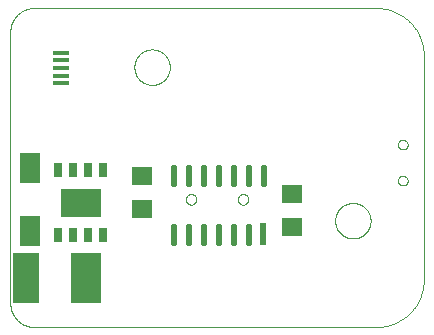
<source format=gbp>
G75*
%MOIN*%
%OFA0B0*%
%FSLAX25Y25*%
%IPPOS*%
%LPD*%
%AMOC8*
5,1,8,0,0,1.08239X$1,22.5*
%
%ADD10C,0.00000*%
%ADD11R,0.07087X0.06299*%
%ADD12R,0.06969X0.09843*%
%ADD13R,0.08661X0.16535*%
%ADD14R,0.09843X0.16535*%
%ADD15R,0.02756X0.05118*%
%ADD16R,0.13386X0.09449*%
%ADD17R,0.02323X0.07677*%
%ADD18C,0.01161*%
%ADD19R,0.05512X0.01575*%
D10*
X0025122Y0017048D02*
X0139295Y0017048D01*
X0139676Y0017053D01*
X0140056Y0017066D01*
X0140436Y0017089D01*
X0140815Y0017122D01*
X0141193Y0017163D01*
X0141570Y0017213D01*
X0141946Y0017273D01*
X0142321Y0017341D01*
X0142693Y0017419D01*
X0143064Y0017506D01*
X0143432Y0017601D01*
X0143798Y0017706D01*
X0144161Y0017819D01*
X0144522Y0017941D01*
X0144879Y0018071D01*
X0145233Y0018211D01*
X0145584Y0018358D01*
X0145931Y0018515D01*
X0146274Y0018679D01*
X0146613Y0018852D01*
X0146948Y0019033D01*
X0147279Y0019222D01*
X0147604Y0019419D01*
X0147925Y0019623D01*
X0148241Y0019836D01*
X0148551Y0020056D01*
X0148857Y0020283D01*
X0149156Y0020518D01*
X0149450Y0020760D01*
X0149738Y0021008D01*
X0150020Y0021264D01*
X0150295Y0021527D01*
X0150564Y0021796D01*
X0150827Y0022071D01*
X0151083Y0022353D01*
X0151331Y0022641D01*
X0151573Y0022935D01*
X0151808Y0023234D01*
X0152035Y0023540D01*
X0152255Y0023850D01*
X0152468Y0024166D01*
X0152672Y0024487D01*
X0152869Y0024812D01*
X0153058Y0025143D01*
X0153239Y0025478D01*
X0153412Y0025817D01*
X0153576Y0026160D01*
X0153733Y0026507D01*
X0153880Y0026858D01*
X0154020Y0027212D01*
X0154150Y0027569D01*
X0154272Y0027930D01*
X0154385Y0028293D01*
X0154490Y0028659D01*
X0154585Y0029027D01*
X0154672Y0029398D01*
X0154750Y0029770D01*
X0154818Y0030145D01*
X0154878Y0030521D01*
X0154928Y0030898D01*
X0154969Y0031276D01*
X0155002Y0031655D01*
X0155025Y0032035D01*
X0155038Y0032415D01*
X0155043Y0032796D01*
X0155043Y0107599D01*
X0155038Y0107980D01*
X0155025Y0108360D01*
X0155002Y0108740D01*
X0154969Y0109119D01*
X0154928Y0109497D01*
X0154878Y0109874D01*
X0154818Y0110250D01*
X0154750Y0110625D01*
X0154672Y0110997D01*
X0154585Y0111368D01*
X0154490Y0111736D01*
X0154385Y0112102D01*
X0154272Y0112465D01*
X0154150Y0112826D01*
X0154020Y0113183D01*
X0153880Y0113537D01*
X0153733Y0113888D01*
X0153576Y0114235D01*
X0153412Y0114578D01*
X0153239Y0114917D01*
X0153058Y0115252D01*
X0152869Y0115583D01*
X0152672Y0115908D01*
X0152468Y0116229D01*
X0152255Y0116545D01*
X0152035Y0116855D01*
X0151808Y0117161D01*
X0151573Y0117460D01*
X0151331Y0117754D01*
X0151083Y0118042D01*
X0150827Y0118324D01*
X0150564Y0118599D01*
X0150295Y0118868D01*
X0150020Y0119131D01*
X0149738Y0119387D01*
X0149450Y0119635D01*
X0149156Y0119877D01*
X0148857Y0120112D01*
X0148551Y0120339D01*
X0148241Y0120559D01*
X0147925Y0120772D01*
X0147604Y0120976D01*
X0147279Y0121173D01*
X0146948Y0121362D01*
X0146613Y0121543D01*
X0146274Y0121716D01*
X0145931Y0121880D01*
X0145584Y0122037D01*
X0145233Y0122184D01*
X0144879Y0122324D01*
X0144522Y0122454D01*
X0144161Y0122576D01*
X0143798Y0122689D01*
X0143432Y0122794D01*
X0143064Y0122889D01*
X0142693Y0122976D01*
X0142321Y0123054D01*
X0141946Y0123122D01*
X0141570Y0123182D01*
X0141193Y0123232D01*
X0140815Y0123273D01*
X0140436Y0123306D01*
X0140056Y0123329D01*
X0139676Y0123342D01*
X0139295Y0123347D01*
X0025122Y0123347D01*
X0024932Y0123345D01*
X0024742Y0123338D01*
X0024552Y0123326D01*
X0024362Y0123310D01*
X0024173Y0123290D01*
X0023984Y0123264D01*
X0023796Y0123235D01*
X0023609Y0123200D01*
X0023423Y0123161D01*
X0023238Y0123118D01*
X0023053Y0123070D01*
X0022870Y0123018D01*
X0022689Y0122962D01*
X0022509Y0122901D01*
X0022330Y0122835D01*
X0022153Y0122766D01*
X0021977Y0122692D01*
X0021804Y0122614D01*
X0021632Y0122531D01*
X0021463Y0122445D01*
X0021295Y0122355D01*
X0021130Y0122260D01*
X0020967Y0122162D01*
X0020807Y0122059D01*
X0020649Y0121953D01*
X0020494Y0121843D01*
X0020341Y0121730D01*
X0020191Y0121612D01*
X0020045Y0121491D01*
X0019901Y0121367D01*
X0019760Y0121239D01*
X0019622Y0121108D01*
X0019487Y0120973D01*
X0019356Y0120835D01*
X0019228Y0120694D01*
X0019104Y0120550D01*
X0018983Y0120404D01*
X0018865Y0120254D01*
X0018752Y0120101D01*
X0018642Y0119946D01*
X0018536Y0119788D01*
X0018433Y0119628D01*
X0018335Y0119465D01*
X0018240Y0119300D01*
X0018150Y0119132D01*
X0018064Y0118963D01*
X0017981Y0118791D01*
X0017903Y0118618D01*
X0017829Y0118442D01*
X0017760Y0118265D01*
X0017694Y0118086D01*
X0017633Y0117906D01*
X0017577Y0117725D01*
X0017525Y0117542D01*
X0017477Y0117357D01*
X0017434Y0117172D01*
X0017395Y0116986D01*
X0017360Y0116799D01*
X0017331Y0116611D01*
X0017305Y0116422D01*
X0017285Y0116233D01*
X0017269Y0116043D01*
X0017257Y0115853D01*
X0017250Y0115663D01*
X0017248Y0115473D01*
X0017248Y0024922D01*
X0017250Y0024732D01*
X0017257Y0024542D01*
X0017269Y0024352D01*
X0017285Y0024162D01*
X0017305Y0023973D01*
X0017331Y0023784D01*
X0017360Y0023596D01*
X0017395Y0023409D01*
X0017434Y0023223D01*
X0017477Y0023038D01*
X0017525Y0022853D01*
X0017577Y0022670D01*
X0017633Y0022489D01*
X0017694Y0022309D01*
X0017760Y0022130D01*
X0017829Y0021953D01*
X0017903Y0021777D01*
X0017981Y0021604D01*
X0018064Y0021432D01*
X0018150Y0021263D01*
X0018240Y0021095D01*
X0018335Y0020930D01*
X0018433Y0020767D01*
X0018536Y0020607D01*
X0018642Y0020449D01*
X0018752Y0020294D01*
X0018865Y0020141D01*
X0018983Y0019991D01*
X0019104Y0019845D01*
X0019228Y0019701D01*
X0019356Y0019560D01*
X0019487Y0019422D01*
X0019622Y0019287D01*
X0019760Y0019156D01*
X0019901Y0019028D01*
X0020045Y0018904D01*
X0020191Y0018783D01*
X0020341Y0018665D01*
X0020494Y0018552D01*
X0020649Y0018442D01*
X0020807Y0018336D01*
X0020967Y0018233D01*
X0021130Y0018135D01*
X0021295Y0018040D01*
X0021463Y0017950D01*
X0021632Y0017864D01*
X0021804Y0017781D01*
X0021977Y0017703D01*
X0022153Y0017629D01*
X0022330Y0017560D01*
X0022509Y0017494D01*
X0022689Y0017433D01*
X0022870Y0017377D01*
X0023053Y0017325D01*
X0023238Y0017277D01*
X0023423Y0017234D01*
X0023609Y0017195D01*
X0023796Y0017160D01*
X0023984Y0017131D01*
X0024173Y0017105D01*
X0024362Y0017085D01*
X0024552Y0017069D01*
X0024742Y0017057D01*
X0024932Y0017050D01*
X0025122Y0017048D01*
X0075712Y0059585D02*
X0075714Y0059669D01*
X0075720Y0059752D01*
X0075730Y0059835D01*
X0075744Y0059918D01*
X0075761Y0060000D01*
X0075783Y0060081D01*
X0075808Y0060160D01*
X0075837Y0060239D01*
X0075870Y0060316D01*
X0075906Y0060391D01*
X0075946Y0060465D01*
X0075989Y0060537D01*
X0076036Y0060606D01*
X0076086Y0060673D01*
X0076139Y0060738D01*
X0076195Y0060800D01*
X0076253Y0060860D01*
X0076315Y0060917D01*
X0076379Y0060970D01*
X0076446Y0061021D01*
X0076515Y0061068D01*
X0076586Y0061113D01*
X0076659Y0061153D01*
X0076734Y0061190D01*
X0076811Y0061224D01*
X0076889Y0061254D01*
X0076968Y0061280D01*
X0077049Y0061303D01*
X0077131Y0061321D01*
X0077213Y0061336D01*
X0077296Y0061347D01*
X0077379Y0061354D01*
X0077463Y0061357D01*
X0077547Y0061356D01*
X0077630Y0061351D01*
X0077714Y0061342D01*
X0077796Y0061329D01*
X0077878Y0061313D01*
X0077959Y0061292D01*
X0078040Y0061268D01*
X0078118Y0061240D01*
X0078196Y0061208D01*
X0078272Y0061172D01*
X0078346Y0061133D01*
X0078418Y0061091D01*
X0078488Y0061045D01*
X0078556Y0060996D01*
X0078621Y0060944D01*
X0078684Y0060889D01*
X0078744Y0060831D01*
X0078802Y0060770D01*
X0078856Y0060706D01*
X0078908Y0060640D01*
X0078956Y0060572D01*
X0079001Y0060501D01*
X0079042Y0060428D01*
X0079081Y0060354D01*
X0079115Y0060278D01*
X0079146Y0060200D01*
X0079173Y0060121D01*
X0079197Y0060040D01*
X0079216Y0059959D01*
X0079232Y0059877D01*
X0079244Y0059794D01*
X0079252Y0059710D01*
X0079256Y0059627D01*
X0079256Y0059543D01*
X0079252Y0059460D01*
X0079244Y0059376D01*
X0079232Y0059293D01*
X0079216Y0059211D01*
X0079197Y0059130D01*
X0079173Y0059049D01*
X0079146Y0058970D01*
X0079115Y0058892D01*
X0079081Y0058816D01*
X0079042Y0058742D01*
X0079001Y0058669D01*
X0078956Y0058598D01*
X0078908Y0058530D01*
X0078856Y0058464D01*
X0078802Y0058400D01*
X0078744Y0058339D01*
X0078684Y0058281D01*
X0078621Y0058226D01*
X0078556Y0058174D01*
X0078488Y0058125D01*
X0078418Y0058079D01*
X0078346Y0058037D01*
X0078272Y0057998D01*
X0078196Y0057962D01*
X0078118Y0057930D01*
X0078040Y0057902D01*
X0077959Y0057878D01*
X0077878Y0057857D01*
X0077796Y0057841D01*
X0077714Y0057828D01*
X0077630Y0057819D01*
X0077547Y0057814D01*
X0077463Y0057813D01*
X0077379Y0057816D01*
X0077296Y0057823D01*
X0077213Y0057834D01*
X0077131Y0057849D01*
X0077049Y0057867D01*
X0076968Y0057890D01*
X0076889Y0057916D01*
X0076811Y0057946D01*
X0076734Y0057980D01*
X0076659Y0058017D01*
X0076586Y0058057D01*
X0076515Y0058102D01*
X0076446Y0058149D01*
X0076379Y0058200D01*
X0076315Y0058253D01*
X0076253Y0058310D01*
X0076195Y0058370D01*
X0076139Y0058432D01*
X0076086Y0058497D01*
X0076036Y0058564D01*
X0075989Y0058633D01*
X0075946Y0058705D01*
X0075906Y0058779D01*
X0075870Y0058854D01*
X0075837Y0058931D01*
X0075808Y0059010D01*
X0075783Y0059089D01*
X0075761Y0059170D01*
X0075744Y0059252D01*
X0075730Y0059335D01*
X0075720Y0059418D01*
X0075714Y0059501D01*
X0075712Y0059585D01*
X0093035Y0059587D02*
X0093037Y0059671D01*
X0093043Y0059754D01*
X0093053Y0059837D01*
X0093067Y0059920D01*
X0093084Y0060002D01*
X0093106Y0060083D01*
X0093131Y0060162D01*
X0093160Y0060241D01*
X0093193Y0060318D01*
X0093229Y0060393D01*
X0093269Y0060467D01*
X0093312Y0060539D01*
X0093359Y0060608D01*
X0093409Y0060675D01*
X0093462Y0060740D01*
X0093518Y0060802D01*
X0093576Y0060862D01*
X0093638Y0060919D01*
X0093702Y0060972D01*
X0093769Y0061023D01*
X0093838Y0061070D01*
X0093909Y0061115D01*
X0093982Y0061155D01*
X0094057Y0061192D01*
X0094134Y0061226D01*
X0094212Y0061256D01*
X0094291Y0061282D01*
X0094372Y0061305D01*
X0094454Y0061323D01*
X0094536Y0061338D01*
X0094619Y0061349D01*
X0094702Y0061356D01*
X0094786Y0061359D01*
X0094870Y0061358D01*
X0094953Y0061353D01*
X0095037Y0061344D01*
X0095119Y0061331D01*
X0095201Y0061315D01*
X0095282Y0061294D01*
X0095363Y0061270D01*
X0095441Y0061242D01*
X0095519Y0061210D01*
X0095595Y0061174D01*
X0095669Y0061135D01*
X0095741Y0061093D01*
X0095811Y0061047D01*
X0095879Y0060998D01*
X0095944Y0060946D01*
X0096007Y0060891D01*
X0096067Y0060833D01*
X0096125Y0060772D01*
X0096179Y0060708D01*
X0096231Y0060642D01*
X0096279Y0060574D01*
X0096324Y0060503D01*
X0096365Y0060430D01*
X0096404Y0060356D01*
X0096438Y0060280D01*
X0096469Y0060202D01*
X0096496Y0060123D01*
X0096520Y0060042D01*
X0096539Y0059961D01*
X0096555Y0059879D01*
X0096567Y0059796D01*
X0096575Y0059712D01*
X0096579Y0059629D01*
X0096579Y0059545D01*
X0096575Y0059462D01*
X0096567Y0059378D01*
X0096555Y0059295D01*
X0096539Y0059213D01*
X0096520Y0059132D01*
X0096496Y0059051D01*
X0096469Y0058972D01*
X0096438Y0058894D01*
X0096404Y0058818D01*
X0096365Y0058744D01*
X0096324Y0058671D01*
X0096279Y0058600D01*
X0096231Y0058532D01*
X0096179Y0058466D01*
X0096125Y0058402D01*
X0096067Y0058341D01*
X0096007Y0058283D01*
X0095944Y0058228D01*
X0095879Y0058176D01*
X0095811Y0058127D01*
X0095741Y0058081D01*
X0095669Y0058039D01*
X0095595Y0058000D01*
X0095519Y0057964D01*
X0095441Y0057932D01*
X0095363Y0057904D01*
X0095282Y0057880D01*
X0095201Y0057859D01*
X0095119Y0057843D01*
X0095037Y0057830D01*
X0094953Y0057821D01*
X0094870Y0057816D01*
X0094786Y0057815D01*
X0094702Y0057818D01*
X0094619Y0057825D01*
X0094536Y0057836D01*
X0094454Y0057851D01*
X0094372Y0057869D01*
X0094291Y0057892D01*
X0094212Y0057918D01*
X0094134Y0057948D01*
X0094057Y0057982D01*
X0093982Y0058019D01*
X0093909Y0058059D01*
X0093838Y0058104D01*
X0093769Y0058151D01*
X0093702Y0058202D01*
X0093638Y0058255D01*
X0093576Y0058312D01*
X0093518Y0058372D01*
X0093462Y0058434D01*
X0093409Y0058499D01*
X0093359Y0058566D01*
X0093312Y0058635D01*
X0093269Y0058707D01*
X0093229Y0058781D01*
X0093193Y0058856D01*
X0093160Y0058933D01*
X0093131Y0059012D01*
X0093106Y0059091D01*
X0093084Y0059172D01*
X0093067Y0059254D01*
X0093053Y0059337D01*
X0093043Y0059420D01*
X0093037Y0059503D01*
X0093035Y0059587D01*
X0125515Y0052481D02*
X0125517Y0052634D01*
X0125523Y0052788D01*
X0125533Y0052941D01*
X0125547Y0053093D01*
X0125565Y0053246D01*
X0125587Y0053397D01*
X0125612Y0053548D01*
X0125642Y0053699D01*
X0125676Y0053849D01*
X0125713Y0053997D01*
X0125754Y0054145D01*
X0125799Y0054291D01*
X0125848Y0054437D01*
X0125901Y0054581D01*
X0125957Y0054723D01*
X0126017Y0054864D01*
X0126081Y0055004D01*
X0126148Y0055142D01*
X0126219Y0055278D01*
X0126294Y0055412D01*
X0126371Y0055544D01*
X0126453Y0055674D01*
X0126537Y0055802D01*
X0126625Y0055928D01*
X0126716Y0056051D01*
X0126810Y0056172D01*
X0126908Y0056290D01*
X0127008Y0056406D01*
X0127112Y0056519D01*
X0127218Y0056630D01*
X0127327Y0056738D01*
X0127439Y0056843D01*
X0127553Y0056944D01*
X0127671Y0057043D01*
X0127790Y0057139D01*
X0127912Y0057232D01*
X0128037Y0057321D01*
X0128164Y0057408D01*
X0128293Y0057490D01*
X0128424Y0057570D01*
X0128557Y0057646D01*
X0128692Y0057719D01*
X0128829Y0057788D01*
X0128968Y0057853D01*
X0129108Y0057915D01*
X0129250Y0057973D01*
X0129393Y0058028D01*
X0129538Y0058079D01*
X0129684Y0058126D01*
X0129831Y0058169D01*
X0129979Y0058208D01*
X0130128Y0058244D01*
X0130278Y0058275D01*
X0130429Y0058303D01*
X0130580Y0058327D01*
X0130733Y0058347D01*
X0130885Y0058363D01*
X0131038Y0058375D01*
X0131191Y0058383D01*
X0131344Y0058387D01*
X0131498Y0058387D01*
X0131651Y0058383D01*
X0131804Y0058375D01*
X0131957Y0058363D01*
X0132109Y0058347D01*
X0132262Y0058327D01*
X0132413Y0058303D01*
X0132564Y0058275D01*
X0132714Y0058244D01*
X0132863Y0058208D01*
X0133011Y0058169D01*
X0133158Y0058126D01*
X0133304Y0058079D01*
X0133449Y0058028D01*
X0133592Y0057973D01*
X0133734Y0057915D01*
X0133874Y0057853D01*
X0134013Y0057788D01*
X0134150Y0057719D01*
X0134285Y0057646D01*
X0134418Y0057570D01*
X0134549Y0057490D01*
X0134678Y0057408D01*
X0134805Y0057321D01*
X0134930Y0057232D01*
X0135052Y0057139D01*
X0135171Y0057043D01*
X0135289Y0056944D01*
X0135403Y0056843D01*
X0135515Y0056738D01*
X0135624Y0056630D01*
X0135730Y0056519D01*
X0135834Y0056406D01*
X0135934Y0056290D01*
X0136032Y0056172D01*
X0136126Y0056051D01*
X0136217Y0055928D01*
X0136305Y0055802D01*
X0136389Y0055674D01*
X0136471Y0055544D01*
X0136548Y0055412D01*
X0136623Y0055278D01*
X0136694Y0055142D01*
X0136761Y0055004D01*
X0136825Y0054864D01*
X0136885Y0054723D01*
X0136941Y0054581D01*
X0136994Y0054437D01*
X0137043Y0054291D01*
X0137088Y0054145D01*
X0137129Y0053997D01*
X0137166Y0053849D01*
X0137200Y0053699D01*
X0137230Y0053548D01*
X0137255Y0053397D01*
X0137277Y0053246D01*
X0137295Y0053093D01*
X0137309Y0052941D01*
X0137319Y0052788D01*
X0137325Y0052634D01*
X0137327Y0052481D01*
X0137325Y0052328D01*
X0137319Y0052174D01*
X0137309Y0052021D01*
X0137295Y0051869D01*
X0137277Y0051716D01*
X0137255Y0051565D01*
X0137230Y0051414D01*
X0137200Y0051263D01*
X0137166Y0051113D01*
X0137129Y0050965D01*
X0137088Y0050817D01*
X0137043Y0050671D01*
X0136994Y0050525D01*
X0136941Y0050381D01*
X0136885Y0050239D01*
X0136825Y0050098D01*
X0136761Y0049958D01*
X0136694Y0049820D01*
X0136623Y0049684D01*
X0136548Y0049550D01*
X0136471Y0049418D01*
X0136389Y0049288D01*
X0136305Y0049160D01*
X0136217Y0049034D01*
X0136126Y0048911D01*
X0136032Y0048790D01*
X0135934Y0048672D01*
X0135834Y0048556D01*
X0135730Y0048443D01*
X0135624Y0048332D01*
X0135515Y0048224D01*
X0135403Y0048119D01*
X0135289Y0048018D01*
X0135171Y0047919D01*
X0135052Y0047823D01*
X0134930Y0047730D01*
X0134805Y0047641D01*
X0134678Y0047554D01*
X0134549Y0047472D01*
X0134418Y0047392D01*
X0134285Y0047316D01*
X0134150Y0047243D01*
X0134013Y0047174D01*
X0133874Y0047109D01*
X0133734Y0047047D01*
X0133592Y0046989D01*
X0133449Y0046934D01*
X0133304Y0046883D01*
X0133158Y0046836D01*
X0133011Y0046793D01*
X0132863Y0046754D01*
X0132714Y0046718D01*
X0132564Y0046687D01*
X0132413Y0046659D01*
X0132262Y0046635D01*
X0132109Y0046615D01*
X0131957Y0046599D01*
X0131804Y0046587D01*
X0131651Y0046579D01*
X0131498Y0046575D01*
X0131344Y0046575D01*
X0131191Y0046579D01*
X0131038Y0046587D01*
X0130885Y0046599D01*
X0130733Y0046615D01*
X0130580Y0046635D01*
X0130429Y0046659D01*
X0130278Y0046687D01*
X0130128Y0046718D01*
X0129979Y0046754D01*
X0129831Y0046793D01*
X0129684Y0046836D01*
X0129538Y0046883D01*
X0129393Y0046934D01*
X0129250Y0046989D01*
X0129108Y0047047D01*
X0128968Y0047109D01*
X0128829Y0047174D01*
X0128692Y0047243D01*
X0128557Y0047316D01*
X0128424Y0047392D01*
X0128293Y0047472D01*
X0128164Y0047554D01*
X0128037Y0047641D01*
X0127912Y0047730D01*
X0127790Y0047823D01*
X0127671Y0047919D01*
X0127553Y0048018D01*
X0127439Y0048119D01*
X0127327Y0048224D01*
X0127218Y0048332D01*
X0127112Y0048443D01*
X0127008Y0048556D01*
X0126908Y0048672D01*
X0126810Y0048790D01*
X0126716Y0048911D01*
X0126625Y0049034D01*
X0126537Y0049160D01*
X0126453Y0049288D01*
X0126371Y0049418D01*
X0126294Y0049550D01*
X0126219Y0049684D01*
X0126148Y0049820D01*
X0126081Y0049958D01*
X0126017Y0050098D01*
X0125957Y0050239D01*
X0125901Y0050381D01*
X0125848Y0050525D01*
X0125799Y0050671D01*
X0125754Y0050817D01*
X0125713Y0050965D01*
X0125676Y0051113D01*
X0125642Y0051263D01*
X0125612Y0051414D01*
X0125587Y0051565D01*
X0125565Y0051716D01*
X0125547Y0051869D01*
X0125533Y0052021D01*
X0125523Y0052174D01*
X0125517Y0052328D01*
X0125515Y0052481D01*
X0146475Y0065851D02*
X0146477Y0065931D01*
X0146483Y0066010D01*
X0146493Y0066089D01*
X0146507Y0066168D01*
X0146524Y0066246D01*
X0146546Y0066323D01*
X0146571Y0066398D01*
X0146601Y0066472D01*
X0146633Y0066545D01*
X0146670Y0066616D01*
X0146710Y0066685D01*
X0146753Y0066752D01*
X0146800Y0066817D01*
X0146849Y0066879D01*
X0146902Y0066939D01*
X0146958Y0066996D01*
X0147016Y0067051D01*
X0147077Y0067102D01*
X0147141Y0067150D01*
X0147207Y0067195D01*
X0147275Y0067237D01*
X0147345Y0067275D01*
X0147417Y0067309D01*
X0147490Y0067340D01*
X0147565Y0067368D01*
X0147642Y0067391D01*
X0147719Y0067411D01*
X0147797Y0067427D01*
X0147876Y0067439D01*
X0147955Y0067447D01*
X0148035Y0067451D01*
X0148115Y0067451D01*
X0148195Y0067447D01*
X0148274Y0067439D01*
X0148353Y0067427D01*
X0148431Y0067411D01*
X0148508Y0067391D01*
X0148585Y0067368D01*
X0148660Y0067340D01*
X0148733Y0067309D01*
X0148805Y0067275D01*
X0148875Y0067237D01*
X0148943Y0067195D01*
X0149009Y0067150D01*
X0149073Y0067102D01*
X0149134Y0067051D01*
X0149192Y0066996D01*
X0149248Y0066939D01*
X0149301Y0066879D01*
X0149350Y0066817D01*
X0149397Y0066752D01*
X0149440Y0066685D01*
X0149480Y0066616D01*
X0149517Y0066545D01*
X0149549Y0066472D01*
X0149579Y0066398D01*
X0149604Y0066323D01*
X0149626Y0066246D01*
X0149643Y0066168D01*
X0149657Y0066089D01*
X0149667Y0066010D01*
X0149673Y0065931D01*
X0149675Y0065851D01*
X0149673Y0065771D01*
X0149667Y0065692D01*
X0149657Y0065613D01*
X0149643Y0065534D01*
X0149626Y0065456D01*
X0149604Y0065379D01*
X0149579Y0065304D01*
X0149549Y0065230D01*
X0149517Y0065157D01*
X0149480Y0065086D01*
X0149440Y0065017D01*
X0149397Y0064950D01*
X0149350Y0064885D01*
X0149301Y0064823D01*
X0149248Y0064763D01*
X0149192Y0064706D01*
X0149134Y0064651D01*
X0149073Y0064600D01*
X0149009Y0064552D01*
X0148943Y0064507D01*
X0148875Y0064465D01*
X0148805Y0064427D01*
X0148733Y0064393D01*
X0148660Y0064362D01*
X0148585Y0064334D01*
X0148508Y0064311D01*
X0148431Y0064291D01*
X0148353Y0064275D01*
X0148274Y0064263D01*
X0148195Y0064255D01*
X0148115Y0064251D01*
X0148035Y0064251D01*
X0147955Y0064255D01*
X0147876Y0064263D01*
X0147797Y0064275D01*
X0147719Y0064291D01*
X0147642Y0064311D01*
X0147565Y0064334D01*
X0147490Y0064362D01*
X0147417Y0064393D01*
X0147345Y0064427D01*
X0147275Y0064465D01*
X0147207Y0064507D01*
X0147141Y0064552D01*
X0147077Y0064600D01*
X0147016Y0064651D01*
X0146958Y0064706D01*
X0146902Y0064763D01*
X0146849Y0064823D01*
X0146800Y0064885D01*
X0146753Y0064950D01*
X0146710Y0065017D01*
X0146670Y0065086D01*
X0146633Y0065157D01*
X0146601Y0065230D01*
X0146571Y0065304D01*
X0146546Y0065379D01*
X0146524Y0065456D01*
X0146507Y0065534D01*
X0146493Y0065613D01*
X0146483Y0065692D01*
X0146477Y0065771D01*
X0146475Y0065851D01*
X0146475Y0077851D02*
X0146477Y0077931D01*
X0146483Y0078010D01*
X0146493Y0078089D01*
X0146507Y0078168D01*
X0146524Y0078246D01*
X0146546Y0078323D01*
X0146571Y0078398D01*
X0146601Y0078472D01*
X0146633Y0078545D01*
X0146670Y0078616D01*
X0146710Y0078685D01*
X0146753Y0078752D01*
X0146800Y0078817D01*
X0146849Y0078879D01*
X0146902Y0078939D01*
X0146958Y0078996D01*
X0147016Y0079051D01*
X0147077Y0079102D01*
X0147141Y0079150D01*
X0147207Y0079195D01*
X0147275Y0079237D01*
X0147345Y0079275D01*
X0147417Y0079309D01*
X0147490Y0079340D01*
X0147565Y0079368D01*
X0147642Y0079391D01*
X0147719Y0079411D01*
X0147797Y0079427D01*
X0147876Y0079439D01*
X0147955Y0079447D01*
X0148035Y0079451D01*
X0148115Y0079451D01*
X0148195Y0079447D01*
X0148274Y0079439D01*
X0148353Y0079427D01*
X0148431Y0079411D01*
X0148508Y0079391D01*
X0148585Y0079368D01*
X0148660Y0079340D01*
X0148733Y0079309D01*
X0148805Y0079275D01*
X0148875Y0079237D01*
X0148943Y0079195D01*
X0149009Y0079150D01*
X0149073Y0079102D01*
X0149134Y0079051D01*
X0149192Y0078996D01*
X0149248Y0078939D01*
X0149301Y0078879D01*
X0149350Y0078817D01*
X0149397Y0078752D01*
X0149440Y0078685D01*
X0149480Y0078616D01*
X0149517Y0078545D01*
X0149549Y0078472D01*
X0149579Y0078398D01*
X0149604Y0078323D01*
X0149626Y0078246D01*
X0149643Y0078168D01*
X0149657Y0078089D01*
X0149667Y0078010D01*
X0149673Y0077931D01*
X0149675Y0077851D01*
X0149673Y0077771D01*
X0149667Y0077692D01*
X0149657Y0077613D01*
X0149643Y0077534D01*
X0149626Y0077456D01*
X0149604Y0077379D01*
X0149579Y0077304D01*
X0149549Y0077230D01*
X0149517Y0077157D01*
X0149480Y0077086D01*
X0149440Y0077017D01*
X0149397Y0076950D01*
X0149350Y0076885D01*
X0149301Y0076823D01*
X0149248Y0076763D01*
X0149192Y0076706D01*
X0149134Y0076651D01*
X0149073Y0076600D01*
X0149009Y0076552D01*
X0148943Y0076507D01*
X0148875Y0076465D01*
X0148805Y0076427D01*
X0148733Y0076393D01*
X0148660Y0076362D01*
X0148585Y0076334D01*
X0148508Y0076311D01*
X0148431Y0076291D01*
X0148353Y0076275D01*
X0148274Y0076263D01*
X0148195Y0076255D01*
X0148115Y0076251D01*
X0148035Y0076251D01*
X0147955Y0076255D01*
X0147876Y0076263D01*
X0147797Y0076275D01*
X0147719Y0076291D01*
X0147642Y0076311D01*
X0147565Y0076334D01*
X0147490Y0076362D01*
X0147417Y0076393D01*
X0147345Y0076427D01*
X0147275Y0076465D01*
X0147207Y0076507D01*
X0147141Y0076552D01*
X0147077Y0076600D01*
X0147016Y0076651D01*
X0146958Y0076706D01*
X0146902Y0076763D01*
X0146849Y0076823D01*
X0146800Y0076885D01*
X0146753Y0076950D01*
X0146710Y0077017D01*
X0146670Y0077086D01*
X0146633Y0077157D01*
X0146601Y0077230D01*
X0146571Y0077304D01*
X0146546Y0077379D01*
X0146524Y0077456D01*
X0146507Y0077534D01*
X0146493Y0077613D01*
X0146483Y0077692D01*
X0146477Y0077771D01*
X0146475Y0077851D01*
X0058586Y0103662D02*
X0058588Y0103815D01*
X0058594Y0103969D01*
X0058604Y0104122D01*
X0058618Y0104274D01*
X0058636Y0104427D01*
X0058658Y0104578D01*
X0058683Y0104729D01*
X0058713Y0104880D01*
X0058747Y0105030D01*
X0058784Y0105178D01*
X0058825Y0105326D01*
X0058870Y0105472D01*
X0058919Y0105618D01*
X0058972Y0105762D01*
X0059028Y0105904D01*
X0059088Y0106045D01*
X0059152Y0106185D01*
X0059219Y0106323D01*
X0059290Y0106459D01*
X0059365Y0106593D01*
X0059442Y0106725D01*
X0059524Y0106855D01*
X0059608Y0106983D01*
X0059696Y0107109D01*
X0059787Y0107232D01*
X0059881Y0107353D01*
X0059979Y0107471D01*
X0060079Y0107587D01*
X0060183Y0107700D01*
X0060289Y0107811D01*
X0060398Y0107919D01*
X0060510Y0108024D01*
X0060624Y0108125D01*
X0060742Y0108224D01*
X0060861Y0108320D01*
X0060983Y0108413D01*
X0061108Y0108502D01*
X0061235Y0108589D01*
X0061364Y0108671D01*
X0061495Y0108751D01*
X0061628Y0108827D01*
X0061763Y0108900D01*
X0061900Y0108969D01*
X0062039Y0109034D01*
X0062179Y0109096D01*
X0062321Y0109154D01*
X0062464Y0109209D01*
X0062609Y0109260D01*
X0062755Y0109307D01*
X0062902Y0109350D01*
X0063050Y0109389D01*
X0063199Y0109425D01*
X0063349Y0109456D01*
X0063500Y0109484D01*
X0063651Y0109508D01*
X0063804Y0109528D01*
X0063956Y0109544D01*
X0064109Y0109556D01*
X0064262Y0109564D01*
X0064415Y0109568D01*
X0064569Y0109568D01*
X0064722Y0109564D01*
X0064875Y0109556D01*
X0065028Y0109544D01*
X0065180Y0109528D01*
X0065333Y0109508D01*
X0065484Y0109484D01*
X0065635Y0109456D01*
X0065785Y0109425D01*
X0065934Y0109389D01*
X0066082Y0109350D01*
X0066229Y0109307D01*
X0066375Y0109260D01*
X0066520Y0109209D01*
X0066663Y0109154D01*
X0066805Y0109096D01*
X0066945Y0109034D01*
X0067084Y0108969D01*
X0067221Y0108900D01*
X0067356Y0108827D01*
X0067489Y0108751D01*
X0067620Y0108671D01*
X0067749Y0108589D01*
X0067876Y0108502D01*
X0068001Y0108413D01*
X0068123Y0108320D01*
X0068242Y0108224D01*
X0068360Y0108125D01*
X0068474Y0108024D01*
X0068586Y0107919D01*
X0068695Y0107811D01*
X0068801Y0107700D01*
X0068905Y0107587D01*
X0069005Y0107471D01*
X0069103Y0107353D01*
X0069197Y0107232D01*
X0069288Y0107109D01*
X0069376Y0106983D01*
X0069460Y0106855D01*
X0069542Y0106725D01*
X0069619Y0106593D01*
X0069694Y0106459D01*
X0069765Y0106323D01*
X0069832Y0106185D01*
X0069896Y0106045D01*
X0069956Y0105904D01*
X0070012Y0105762D01*
X0070065Y0105618D01*
X0070114Y0105472D01*
X0070159Y0105326D01*
X0070200Y0105178D01*
X0070237Y0105030D01*
X0070271Y0104880D01*
X0070301Y0104729D01*
X0070326Y0104578D01*
X0070348Y0104427D01*
X0070366Y0104274D01*
X0070380Y0104122D01*
X0070390Y0103969D01*
X0070396Y0103815D01*
X0070398Y0103662D01*
X0070396Y0103509D01*
X0070390Y0103355D01*
X0070380Y0103202D01*
X0070366Y0103050D01*
X0070348Y0102897D01*
X0070326Y0102746D01*
X0070301Y0102595D01*
X0070271Y0102444D01*
X0070237Y0102294D01*
X0070200Y0102146D01*
X0070159Y0101998D01*
X0070114Y0101852D01*
X0070065Y0101706D01*
X0070012Y0101562D01*
X0069956Y0101420D01*
X0069896Y0101279D01*
X0069832Y0101139D01*
X0069765Y0101001D01*
X0069694Y0100865D01*
X0069619Y0100731D01*
X0069542Y0100599D01*
X0069460Y0100469D01*
X0069376Y0100341D01*
X0069288Y0100215D01*
X0069197Y0100092D01*
X0069103Y0099971D01*
X0069005Y0099853D01*
X0068905Y0099737D01*
X0068801Y0099624D01*
X0068695Y0099513D01*
X0068586Y0099405D01*
X0068474Y0099300D01*
X0068360Y0099199D01*
X0068242Y0099100D01*
X0068123Y0099004D01*
X0068001Y0098911D01*
X0067876Y0098822D01*
X0067749Y0098735D01*
X0067620Y0098653D01*
X0067489Y0098573D01*
X0067356Y0098497D01*
X0067221Y0098424D01*
X0067084Y0098355D01*
X0066945Y0098290D01*
X0066805Y0098228D01*
X0066663Y0098170D01*
X0066520Y0098115D01*
X0066375Y0098064D01*
X0066229Y0098017D01*
X0066082Y0097974D01*
X0065934Y0097935D01*
X0065785Y0097899D01*
X0065635Y0097868D01*
X0065484Y0097840D01*
X0065333Y0097816D01*
X0065180Y0097796D01*
X0065028Y0097780D01*
X0064875Y0097768D01*
X0064722Y0097760D01*
X0064569Y0097756D01*
X0064415Y0097756D01*
X0064262Y0097760D01*
X0064109Y0097768D01*
X0063956Y0097780D01*
X0063804Y0097796D01*
X0063651Y0097816D01*
X0063500Y0097840D01*
X0063349Y0097868D01*
X0063199Y0097899D01*
X0063050Y0097935D01*
X0062902Y0097974D01*
X0062755Y0098017D01*
X0062609Y0098064D01*
X0062464Y0098115D01*
X0062321Y0098170D01*
X0062179Y0098228D01*
X0062039Y0098290D01*
X0061900Y0098355D01*
X0061763Y0098424D01*
X0061628Y0098497D01*
X0061495Y0098573D01*
X0061364Y0098653D01*
X0061235Y0098735D01*
X0061108Y0098822D01*
X0060983Y0098911D01*
X0060861Y0099004D01*
X0060742Y0099100D01*
X0060624Y0099199D01*
X0060510Y0099300D01*
X0060398Y0099405D01*
X0060289Y0099513D01*
X0060183Y0099624D01*
X0060079Y0099737D01*
X0059979Y0099853D01*
X0059881Y0099971D01*
X0059787Y0100092D01*
X0059696Y0100215D01*
X0059608Y0100341D01*
X0059524Y0100469D01*
X0059442Y0100599D01*
X0059365Y0100731D01*
X0059290Y0100865D01*
X0059219Y0101001D01*
X0059152Y0101139D01*
X0059088Y0101279D01*
X0059028Y0101420D01*
X0058972Y0101562D01*
X0058919Y0101706D01*
X0058870Y0101852D01*
X0058825Y0101998D01*
X0058784Y0102146D01*
X0058747Y0102294D01*
X0058713Y0102444D01*
X0058683Y0102595D01*
X0058658Y0102746D01*
X0058636Y0102897D01*
X0058618Y0103050D01*
X0058604Y0103202D01*
X0058594Y0103355D01*
X0058588Y0103509D01*
X0058586Y0103662D01*
D11*
X0061224Y0067442D03*
X0061224Y0056418D03*
X0111067Y0061536D03*
X0111067Y0050513D03*
D12*
X0023862Y0049087D03*
X0023862Y0069891D03*
D13*
X0022626Y0033269D03*
D14*
X0042311Y0033269D03*
D15*
X0043134Y0047599D03*
X0048134Y0047599D03*
X0038134Y0047599D03*
X0033134Y0047599D03*
X0033134Y0069253D03*
X0038134Y0069253D03*
X0043134Y0069253D03*
X0048134Y0069253D03*
D16*
X0040634Y0058426D03*
D17*
X0101618Y0047954D03*
D18*
X0097199Y0051212D02*
X0097199Y0044696D01*
X0096037Y0044696D01*
X0096037Y0051212D01*
X0097199Y0051212D01*
X0097199Y0045799D02*
X0096037Y0045799D01*
X0096037Y0046902D02*
X0097199Y0046902D01*
X0097199Y0048005D02*
X0096037Y0048005D01*
X0096037Y0049108D02*
X0097199Y0049108D01*
X0097199Y0050211D02*
X0096037Y0050211D01*
X0092199Y0051212D02*
X0092199Y0044696D01*
X0091037Y0044696D01*
X0091037Y0051212D01*
X0092199Y0051212D01*
X0092199Y0045799D02*
X0091037Y0045799D01*
X0091037Y0046902D02*
X0092199Y0046902D01*
X0092199Y0048005D02*
X0091037Y0048005D01*
X0091037Y0049108D02*
X0092199Y0049108D01*
X0092199Y0050211D02*
X0091037Y0050211D01*
X0087199Y0051212D02*
X0087199Y0044696D01*
X0086037Y0044696D01*
X0086037Y0051212D01*
X0087199Y0051212D01*
X0087199Y0045799D02*
X0086037Y0045799D01*
X0086037Y0046902D02*
X0087199Y0046902D01*
X0087199Y0048005D02*
X0086037Y0048005D01*
X0086037Y0049108D02*
X0087199Y0049108D01*
X0087199Y0050211D02*
X0086037Y0050211D01*
X0082199Y0051212D02*
X0082199Y0044696D01*
X0081037Y0044696D01*
X0081037Y0051212D01*
X0082199Y0051212D01*
X0082199Y0045799D02*
X0081037Y0045799D01*
X0081037Y0046902D02*
X0082199Y0046902D01*
X0082199Y0048005D02*
X0081037Y0048005D01*
X0081037Y0049108D02*
X0082199Y0049108D01*
X0082199Y0050211D02*
X0081037Y0050211D01*
X0077199Y0051212D02*
X0077199Y0044696D01*
X0076037Y0044696D01*
X0076037Y0051212D01*
X0077199Y0051212D01*
X0077199Y0045799D02*
X0076037Y0045799D01*
X0076037Y0046902D02*
X0077199Y0046902D01*
X0077199Y0048005D02*
X0076037Y0048005D01*
X0076037Y0049108D02*
X0077199Y0049108D01*
X0077199Y0050211D02*
X0076037Y0050211D01*
X0072199Y0051212D02*
X0072199Y0044696D01*
X0071037Y0044696D01*
X0071037Y0051212D01*
X0072199Y0051212D01*
X0072199Y0045799D02*
X0071037Y0045799D01*
X0071037Y0046902D02*
X0072199Y0046902D01*
X0072199Y0048005D02*
X0071037Y0048005D01*
X0071037Y0049108D02*
X0072199Y0049108D01*
X0072199Y0050211D02*
X0071037Y0050211D01*
X0072199Y0064223D02*
X0072199Y0070739D01*
X0072199Y0064223D02*
X0071037Y0064223D01*
X0071037Y0070739D01*
X0072199Y0070739D01*
X0072199Y0065326D02*
X0071037Y0065326D01*
X0071037Y0066429D02*
X0072199Y0066429D01*
X0072199Y0067532D02*
X0071037Y0067532D01*
X0071037Y0068635D02*
X0072199Y0068635D01*
X0072199Y0069738D02*
X0071037Y0069738D01*
X0077199Y0070739D02*
X0077199Y0064223D01*
X0076037Y0064223D01*
X0076037Y0070739D01*
X0077199Y0070739D01*
X0077199Y0065326D02*
X0076037Y0065326D01*
X0076037Y0066429D02*
X0077199Y0066429D01*
X0077199Y0067532D02*
X0076037Y0067532D01*
X0076037Y0068635D02*
X0077199Y0068635D01*
X0077199Y0069738D02*
X0076037Y0069738D01*
X0082199Y0070739D02*
X0082199Y0064223D01*
X0081037Y0064223D01*
X0081037Y0070739D01*
X0082199Y0070739D01*
X0082199Y0065326D02*
X0081037Y0065326D01*
X0081037Y0066429D02*
X0082199Y0066429D01*
X0082199Y0067532D02*
X0081037Y0067532D01*
X0081037Y0068635D02*
X0082199Y0068635D01*
X0082199Y0069738D02*
X0081037Y0069738D01*
X0087199Y0070739D02*
X0087199Y0064223D01*
X0086037Y0064223D01*
X0086037Y0070739D01*
X0087199Y0070739D01*
X0087199Y0065326D02*
X0086037Y0065326D01*
X0086037Y0066429D02*
X0087199Y0066429D01*
X0087199Y0067532D02*
X0086037Y0067532D01*
X0086037Y0068635D02*
X0087199Y0068635D01*
X0087199Y0069738D02*
X0086037Y0069738D01*
X0092199Y0070739D02*
X0092199Y0064223D01*
X0091037Y0064223D01*
X0091037Y0070739D01*
X0092199Y0070739D01*
X0092199Y0065326D02*
X0091037Y0065326D01*
X0091037Y0066429D02*
X0092199Y0066429D01*
X0092199Y0067532D02*
X0091037Y0067532D01*
X0091037Y0068635D02*
X0092199Y0068635D01*
X0092199Y0069738D02*
X0091037Y0069738D01*
X0097199Y0070739D02*
X0097199Y0064223D01*
X0096037Y0064223D01*
X0096037Y0070739D01*
X0097199Y0070739D01*
X0097199Y0065326D02*
X0096037Y0065326D01*
X0096037Y0066429D02*
X0097199Y0066429D01*
X0097199Y0067532D02*
X0096037Y0067532D01*
X0096037Y0068635D02*
X0097199Y0068635D01*
X0097199Y0069738D02*
X0096037Y0069738D01*
X0102199Y0070739D02*
X0102199Y0064223D01*
X0101037Y0064223D01*
X0101037Y0070739D01*
X0102199Y0070739D01*
X0102199Y0065326D02*
X0101037Y0065326D01*
X0101037Y0066429D02*
X0102199Y0066429D01*
X0102199Y0067532D02*
X0101037Y0067532D01*
X0101037Y0068635D02*
X0102199Y0068635D01*
X0102199Y0069738D02*
X0101037Y0069738D01*
D19*
X0033980Y0098229D03*
X0033980Y0100788D03*
X0033980Y0103347D03*
X0033980Y0105906D03*
X0033980Y0108465D03*
M02*

</source>
